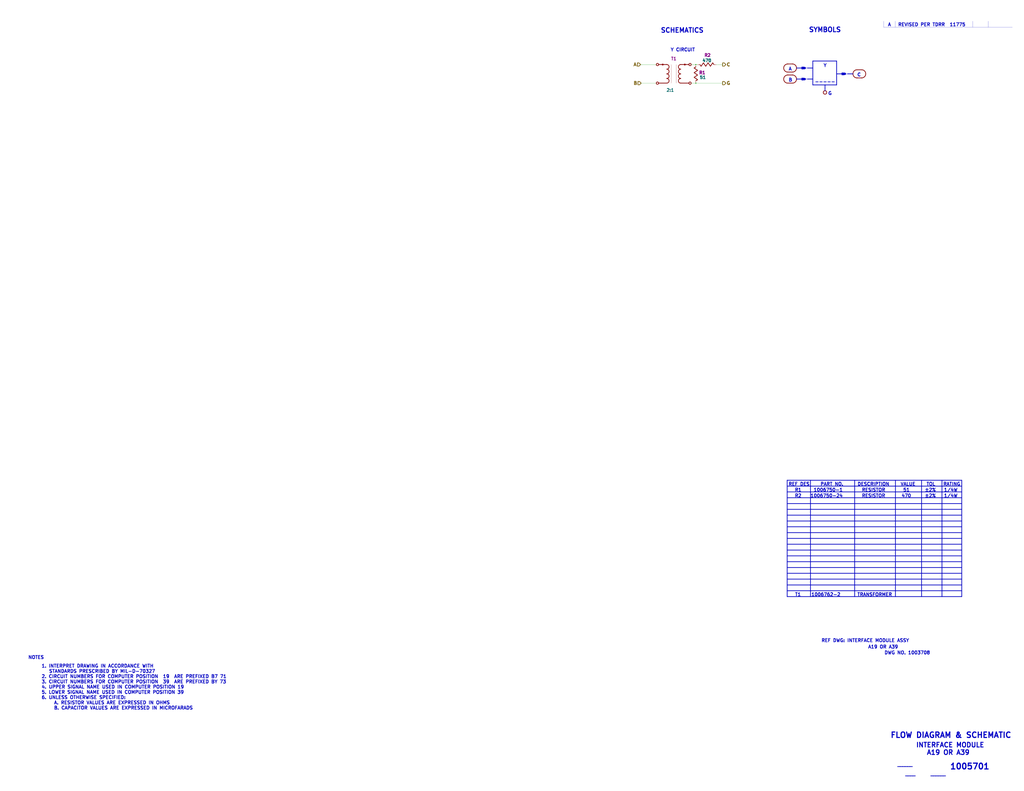
<source format=kicad_sch>
(kicad_sch (version 20211123) (generator eeschema)
  (paper "E")
  (lib_symbols
    (symbol "AGC_DSKY:NodeGBody" (pin_numbers hide) (pin_names (offset 0) hide)
      (symbol "NodeGBody_0_1"
        (circle (center 0 0) (radius 1.905) (stroke (width 0.762)))
      )
    )
    (symbol "AGC_DSKY:OvalBody2" (pin_numbers hide) (pin_names (offset 0) hide)
      (symbol "OvalBody2_1_0"
        (arc (start -2.54 4.445) (mid -6.985 0) (end -2.54 -4.445) (stroke (width 0.762)))
        (polyline (pts (xy -2.54 -4.445) (xy 2.54 -4.445)) (stroke (width 0.762)))
        (polyline (pts (xy -2.54 4.445) (xy 2.54 4.445)) (stroke (width 0.762)))
        (arc (start 2.54 -4.445) (mid 6.985 0) (end 2.54 4.445) (stroke (width 0.762)))
      )
    )
    (symbol "AGC_DSKY:Resistor" (pin_numbers hide) (pin_names (offset 0) hide)
      (property "Reference" "R" (at -0.635 -4.445 0))
      (symbol "Resistor_0_1"
        (polyline (pts (xy -7.62 0) (xy -6.35 -1.905) (xy -3.81 1.905) (xy -1.27 -1.905) (xy 1.27 1.905) (xy 3.81 -1.905) (xy 6.35 1.905) (xy 7.62 0)) (stroke (width 0.762)))
      )
      (symbol "Resistor_1_1"
        (pin passive line (at -10.16 0 0) (length 2.54) (name "1") (number "1"))
        (pin passive line (at 10.16 0 180) (length 2.54) (name "2") (number "2"))
      )
    )
    (symbol "AGC_DSKY:Transformer3A" (pin_numbers hide) (pin_names (offset 0) hide)
      (property "Reference" "T" (at 0.635 24.13 0))
      (symbol "Transformer3A_0_0"
        (circle (center -17.78 -10.16) (radius 1.27) (stroke (width 0.762)))
        (circle (center -17.78 10.16) (radius 1.27) (stroke (width 0.762)))
        (arc (start -7.62 -10.16) (mid -5.08 -7.62) (end -7.62 -5.08) (stroke (width 0.762)))
        (arc (start -7.62 -5.08) (mid -5.08 -2.54) (end -7.62 0) (stroke (width 0.762)))
        (arc (start -7.62 0) (mid -5.08 2.54) (end -7.62 5.08) (stroke (width 0.762)))
        (arc (start -7.62 5.08) (mid -5.08 7.62) (end -7.62 10.16) (stroke (width 0.762)))
        (polyline (pts (xy -7.62 -10.16) (xy -16.51 -10.16)) (stroke (width 0.762)))
        (polyline (pts (xy -7.62 10.16) (xy -16.51 10.16)) (stroke (width 0.762)))
        (polyline (pts (xy 7.62 -10.16) (xy 16.51 -10.16)) (stroke (width 0.762)))
        (polyline (pts (xy 16.51 10.16) (xy 7.62 10.16)) (stroke (width 0.762)))
        (circle (center 17.78 -10.16) (radius 1.27) (stroke (width 0.762)))
        (circle (center 17.78 10.16) (radius 1.27) (stroke (width 0.762)))
      )
      (symbol "Transformer3A_0_1"
        (rectangle (start -11.43 10.795) (end -12.7 9.525) (stroke (width 0.4064)) (fill (type outline)))
        (polyline (pts (xy -2.54 10.16) (xy -2.54 -10.16)))
        (polyline (pts (xy 2.54 10.16) (xy 2.54 -10.16)))
      )
      (symbol "Transformer3A_0_2"
        (polyline (pts (xy -4.445 15.875) (xy -4.445 14.605) (xy -5.715 14.605) (xy -5.715 15.875) (xy -4.445 15.875)) (stroke (width 0.762)))
        (polyline (pts (xy 4.445 10.795) (xy 4.445 9.525) (xy 5.715 9.525) (xy 5.715 10.795) (xy 4.445 10.795)) (stroke (width 0.762)))
      )
      (symbol "Transformer3A_1_0"
        (arc (start 7.62 -5.08) (mid 5.08 -7.62) (end 7.62 -10.16) (stroke (width 0.762)))
        (arc (start 7.62 0) (mid 5.08 -2.54) (end 7.62 -5.08) (stroke (width 0.762)))
        (arc (start 7.62 5.08) (mid 5.08 2.54) (end 7.62 0) (stroke (width 0.762)))
        (arc (start 7.62 10.16) (mid 5.08 7.62) (end 7.62 5.08) (stroke (width 0.762)))
        (pin passive line (at -19.05 10.16 0) (length 0) (name "3") (number "3"))
      )
      (symbol "Transformer3A_1_1"
        (rectangle (start 11.43 9.525) (end 12.7 10.795) (stroke (width 0.4064)) (fill (type outline)))
        (pin passive line (at 19.05 10.16 180) (length 0) (name "1") (number "1"))
        (pin passive line (at 19.05 -10.16 180) (length 0) (name "2") (number "2"))
        (pin passive line (at -19.05 -10.16 0) (length 0) (name "4") (number "4"))
      )
      (symbol "Transformer3A_1_2"
        (pin passive line (at 15.875 10.16 180) (length 0) (name "1") (number "1"))
        (pin passive line (at 15.875 -10.16 180) (length 0) (name "2") (number "2"))
        (pin passive line (at -15.875 15.24 0) (length 0) (name "3") (number "3"))
        (pin passive line (at -15.875 -15.24 0) (length 0) (name "4") (number "4"))
      )
    )
  )
  (junction (at 759.46 70.485))
  (junction (at 759.46 90.805))
  (polyline (pts (xy 881.38 86.36) (xy 875.03 84.455)) (stroke (width 0) (type solid)))
  (polyline (pts (xy 1049.655 524.51) (xy 1049.655 651.51)) (stroke (width 0.762) (type solid)))
  (polyline (pts (xy 859.155 543.56) (xy 1049.655 543.56)) (stroke (width 0.762) (type solid)))
  (polyline (pts (xy 875.665 86.36) (xy 878.205 86.36)) (stroke (width 2.54) (type solid)))
  (polyline (pts (xy 859.155 581.66) (xy 1049.655 581.66)) (stroke (width 0.762) (type solid)))
  (polyline (pts (xy 859.155 600.71) (xy 1049.655 600.71)) (stroke (width 0.762) (type solid)))
  (polyline (pts (xy 932.815 524.51) (xy 932.815 651.51)) (stroke (width 0.762) (type solid)))
  (polyline (pts (xy 913.13 80.645) (xy 918.845 80.645)) (stroke (width 0.762) (type solid)))
  (polyline (pts (xy 859.155 524.51) (xy 1049.655 524.51)) (stroke (width 0.762) (type solid)))
  (polyline (pts (xy 881.38 74.295) (xy 875.03 72.39)) (stroke (width 0) (type solid)))
  (wire (pts (xy 754.38 90.805) (xy 759.46 90.805)))
  (polyline (pts (xy 859.155 651.51) (xy 1049.655 651.51)) (stroke (width 0.762) (type solid)))
  (polyline (pts (xy 1028.065 524.51) (xy 1028.065 651.51)) (stroke (width 0.762) (type solid)))
  (polyline (pts (xy 964.311 29.718) (xy 1104.9 29.718)) (stroke (width 0) (type solid)))
  (polyline (pts (xy 859.155 524.51) (xy 859.155 651.51)) (stroke (width 0.762) (type solid)))
  (wire (pts (xy 759.46 70.485) (xy 754.38 70.485)))
  (polyline (pts (xy 925.195 80.645) (xy 930.91 80.645)) (stroke (width 0.762) (type solid)))
  (polyline (pts (xy 859.155 556.26) (xy 1049.655 556.26)) (stroke (width 0.762) (type solid)))
  (polyline (pts (xy 859.155 549.91) (xy 1049.655 549.91)) (stroke (width 0.762) (type solid)))
  (polyline (pts (xy 884.555 524.51) (xy 884.555 651.51)) (stroke (width 0.762) (type solid)))
  (polyline (pts (xy 859.155 537.21) (xy 1049.655 537.21)) (stroke (width 0.762) (type solid)))
  (polyline (pts (xy 859.155 613.41) (xy 1049.655 613.41)) (stroke (width 0.762) (type solid)))
  (wire (pts (xy 781.685 70.485) (xy 788.67 70.485)))
  (polyline (pts (xy 859.155 562.61) (xy 1049.655 562.61)) (stroke (width 0.762) (type solid)))
  (polyline (pts (xy 859.155 638.81) (xy 1049.655 638.81)) (stroke (width 0.762) (type solid)))
  (polyline (pts (xy 875.03 76.2) (xy 881.38 74.295)) (stroke (width 0) (type solid)))
  (polyline (pts (xy 913.13 66.675) (xy 887.095 66.675)) (stroke (width 0.762) (type solid)))
  (polyline (pts (xy 918.845 78.74) (xy 918.845 82.55)) (stroke (width 0) (type solid)))
  (polyline (pts (xy 881.38 86.36) (xy 887.095 86.36)) (stroke (width 0.762) (type solid)))
  (polyline (pts (xy 875.665 74.295) (xy 878.205 74.295)) (stroke (width 2.54) (type solid)))
  (wire (pts (xy 761.365 70.485) (xy 759.46 70.485)))
  (polyline (pts (xy 875.03 84.455) (xy 875.03 88.265)) (stroke (width 0) (type solid)))
  (polyline (pts (xy 859.155 626.11) (xy 1049.655 626.11)) (stroke (width 0.762) (type solid)))
  (polyline (pts (xy 887.095 92.71) (xy 913.13 92.71)) (stroke (width 0.762) (type solid)))
  (polyline (pts (xy 875.03 88.265) (xy 881.38 86.36)) (stroke (width 0) (type solid)))
  (polyline (pts (xy 977.011 23.114) (xy 977.011 29.718)) (stroke (width 0) (type solid)))
  (polyline (pts (xy 913.13 92.71) (xy 913.13 66.675)) (stroke (width 0.762) (type solid)))
  (polyline (pts (xy 977.265 524.51) (xy 977.265 651.51)) (stroke (width 0.762) (type solid)))
  (polyline (pts (xy 859.155 575.31) (xy 1049.655 575.31)) (stroke (width 0.762) (type solid)))
  (wire (pts (xy 759.46 90.805) (xy 788.67 90.805)))
  (polyline (pts (xy 859.155 607.06) (xy 1049.655 607.06)) (stroke (width 0.762) (type solid)))
  (polyline (pts (xy 881.38 74.295) (xy 887.095 74.295)) (stroke (width 0.762) (type solid)))
  (polyline (pts (xy 859.155 619.76) (xy 1049.655 619.76)) (stroke (width 0.762) (type solid)))
  (polyline (pts (xy 875.03 72.39) (xy 875.03 76.2)) (stroke (width 0) (type solid)))
  (polyline (pts (xy 919.48 80.645) (xy 922.02 80.645)) (stroke (width 2.54) (type solid)))
  (polyline (pts (xy 859.155 568.96) (xy 1049.655 568.96)) (stroke (width 0.762) (type solid)))
  (wire (pts (xy 716.28 70.485) (xy 699.135 70.485)))
  (polyline (pts (xy 859.155 645.16) (xy 1049.655 645.16)) (stroke (width 0.762) (type solid)))
  (polyline (pts (xy 859.155 632.46) (xy 1049.655 632.46)) (stroke (width 0.762) (type solid)))
  (polyline (pts (xy 1005.84 524.51) (xy 1005.84 651.51)) (stroke (width 0.762) (type solid)))
  (polyline (pts (xy 964.311 23.114) (xy 964.311 29.718)) (stroke (width 0) (type solid)))
  (polyline (pts (xy 859.155 588.01) (xy 1049.655 588.01)) (stroke (width 0.762) (type solid)))
  (polyline (pts (xy 1061.72 23.114) (xy 1061.72 29.718)) (stroke (width 0) (type solid)))
  (polyline (pts (xy 918.845 82.55) (xy 925.195 80.645)) (stroke (width 0) (type solid)))
  (polyline (pts (xy 859.155 594.36) (xy 1049.655 594.36)) (stroke (width 0.762) (type solid)))
  (polyline (pts (xy 925.195 80.645) (xy 918.845 78.74)) (stroke (width 0) (type solid)))
  (polyline (pts (xy 869.315 86.36) (xy 875.03 86.36)) (stroke (width 0.762) (type solid)))
  (polyline (pts (xy 900.43 92.71) (xy 900.43 99.06)) (stroke (width 0.762) (type solid)))
  (wire (pts (xy 716.28 90.805) (xy 699.77 90.805)))
  (polyline (pts (xy 1078.611 23.114) (xy 1078.611 29.718)) (stroke (width 0) (type solid)))
  (polyline (pts (xy 869.315 74.295) (xy 875.03 74.295)) (stroke (width 0.762) (type solid)))
  (polyline (pts (xy 887.095 66.675) (xy 887.095 92.71)) (stroke (width 0.762) (type solid)))
  (polyline (pts (xy 859.155 530.86) (xy 1049.655 530.86)) (stroke (width 0.762) (type solid)))
  (text "DWG NO. 1003708" (at 1015.365 715.01 180) (effects (font (size 3.556 3.556) (thickness 0.7112) bold) (justify right bottom)))
  (text "______" (at 1032.51 847.725 180) (effects (font (size 3.556 3.556) (thickness 0.7112) bold) (justify right bottom)))
  (text "R1" (at 875.03 537.21 180) (effects (font (size 3.556 3.556) (thickness 0.7112) bold) (justify right bottom)))
  (text "VALUE" (at 999.49 530.86 180) (effects (font (size 3.556 3.556) (thickness 0.7112) bold) (justify right bottom)))
  (text "R2" (at 875.03 543.56 180) (effects (font (size 3.556 3.556) (thickness 0.7112) bold) (justify right bottom)))
  (text "Y" (at 898.525 73.66 0) (effects (font (size 3.556 3.556) (thickness 0.7112) bold) (justify left bottom)))
  (text "T1" (at 867.41 651.51 0) (effects (font (size 3.556 3.556) (thickness 0.7112) bold) (justify left bottom)))
  (text "A" (at 860.425 77.47 0) (effects (font (size 3.556 3.556) (thickness 0.7112) bold) (justify left bottom)))
  (text "A19 OR A39" (at 980.44 708.66 180) (effects (font (size 3.556 3.556) (thickness 0.7112) bold) (justify right bottom)))
  (text "C" (at 935.355 83.82 0) (effects (font (size 3.556 3.556) (thickness 0.7112) bold) (justify left bottom)))
  (text "RESISTOR" (at 966.47 537.21 180) (effects (font (size 3.556 3.556) (thickness 0.7112) bold) (justify right bottom)))
  (text "______" (at 996.315 837.565 180) (effects (font (size 3.556 3.556) (thickness 0.7112) bold) (justify right bottom)))
  (text "1005701" (at 1036.447 840.867 0) (effects (font (size 6.35 6.35) (thickness 1.27) bold) (justify left bottom)))
  (text "TOL" (at 1021.08 530.86 180) (effects (font (size 3.556 3.556) (thickness 0.7112) bold) (justify right bottom)))
  (text "-----" (at 889 91.44 0) (effects (font (size 3.556 3.556) (thickness 0.7112) bold) (justify left bottom)))
  (text "Y CIRCUIT" (at 758.825 56.515 180) (effects (font (size 3.556 3.556) (thickness 0.7112) bold) (justify right bottom)))
  (text "B" (at 860.425 89.535 0) (effects (font (size 3.556 3.556) (thickness 0.7112) bold) (justify left bottom)))
  (text "PART NO." (at 920.75 530.86 180) (effects (font (size 3.556 3.556) (thickness 0.7112) bold) (justify right bottom)))
  (text "51" (at 993.14 537.21 180) (effects (font (size 3.556 3.556) (thickness 0.7112) bold) (justify right bottom)))
  (text "1/4W" (at 1029.97 537.21 0) (effects (font (size 3.556 3.556) (thickness 0.7112) bold) (justify left bottom)))
  (text "TRANSFORMER" (at 935.355 651.51 0) (effects (font (size 3.556 3.556) (thickness 0.7112) bold) (justify left bottom)))
  (text "NOTES" (at 48.26 720.09 180) (effects (font (size 3.556 3.556) (thickness 0.7112) bold) (justify right bottom)))
  (text "G" (at 903.605 104.14 0) (effects (font (size 3.556 3.556) (thickness 0.7112) bold) (justify left bottom)))
  (text "FLOW DIAGRAM & SCHEMATIC" (at 971.55 806.45 0) (effects (font (size 5.9944 5.9944) (thickness 1.1989) bold) (justify left bottom)))
  (text "1/4W" (at 1029.97 543.56 0) (effects (font (size 3.556 3.556) (thickness 0.7112) bold) (justify left bottom)))
  (text "1. INTERPRET DRAWING IN ACCORDANCE WITH\n   STANDARDS PRESCRIBED BY MIL-D-70327\n2. CIRCUIT NUMBERS FOR COMPUTER POSITION  19  ARE PREFIXED B7 71\n3. CIRCUIT NUMBERS FOR COMPUTER POSITION  39  ARE PREFIXED BY 73\n4. UPPER SIGNAL NAME USED IN COMPUTER POSITION 19\n5. LOWER SIGNAL NAME USED IN COMPUTER POSITION 39\n6. UNLESS OTHERWISE SPECIFIED:\n     A. RESISTOR VALUES ARE EXPRESSED IN OHMS\n     B. CAPACITOR VALUES ARE EXPRESSED IN MICROFARADS" (at 45.085 775.335 0) (effects (font (size 3.556 3.556) (thickness 0.7112) bold) (justify left bottom)))
  (text "REF DWG: INTERFACE MODULE ASSY" (at 992.505 701.675 180) (effects (font (size 3.556 3.556) (thickness 0.7112) bold) (justify right bottom)))
  (text "DESCRIPTION" (at 970.915 530.86 180) (effects (font (size 3.556 3.556) (thickness 0.7112) bold) (justify right bottom)))
  (text "A   REVISED PER TDRR  11775" (at 968.756 29.083 0) (effects (font (size 3.556 3.556) (thickness 0.7112) bold) (justify left bottom)))
  (text "±2%" (at 1009.015 543.56 0) (effects (font (size 3.556 3.556) (thickness 0.7112) bold) (justify left bottom)))
  (text "SCHEMATICS" (at 768.35 36.195 180) (effects (font (size 5.08 5.08) (thickness 1.016) bold) (justify right bottom)))
  (text "±2%" (at 1009.015 537.21 0) (effects (font (size 3.556 3.556) (thickness 0.7112) bold) (justify left bottom)))
  (text "____" (at 999.49 847.725 180) (effects (font (size 3.556 3.556) (thickness 0.7112) bold) (justify right bottom)))
  (text "RATING" (at 1048.385 530.86 180) (effects (font (size 3.556 3.556) (thickness 0.7112) bold) (justify right bottom)))
  (text "SYMBOLS" (at 918.21 35.56 180) (effects (font (size 5.08 5.08) (thickness 1.016) bold) (justify right bottom)))
  (text "1006750-24" (at 920.115 543.56 180) (effects (font (size 3.556 3.556) (thickness 0.7112) bold) (justify right bottom)))
  (text "1006750-1" (at 920.115 537.21 180) (effects (font (size 3.556 3.556) (thickness 0.7112) bold) (justify right bottom)))
  (text "REF DES" (at 883.92 530.86 180) (effects (font (size 3.556 3.556) (thickness 0.7112) bold) (justify right bottom)))
  (text "470" (at 983.615 543.56 0) (effects (font (size 3.556 3.556) (thickness 0.7112) bold) (justify left bottom)))
  (text "1006762-2" (at 885.19 651.51 0) (effects (font (size 3.556 3.556) (thickness 0.7112) bold) (justify left bottom)))
  (text "INTERFACE MODULE\n   A19 OR A39" (at 999.49 824.865 0) (effects (font (size 5.08 5.08) (thickness 1.016) bold) (justify left bottom)))
  (text "RESISTOR" (at 966.47 543.56 180) (effects (font (size 3.556 3.556) (thickness 0.7112) bold) (justify right bottom)))
  (hierarchical_label "A" (shape input) (at 699.135 70.485 180) (effects (font (size 3.556 3.556) (thickness 0.7112) bold)))
  (hierarchical_label "G" (shape output) (at 788.67 90.805 0) (effects (font (size 3.556 3.556) (thickness 0.7112) bold)))
  (hierarchical_label "B" (shape input) (at 699.77 90.805 180) (effects (font (size 3.556 3.556) (thickness 0.7112) bold)))
  (hierarchical_label "C" (shape output) (at 788.67 70.485 0) (effects (font (size 3.556 3.556) (thickness 0.7112) bold)))
  (symbol (lib_id "AGC_DSKY:Transformer3A") (at 735.33 80.645 0)
    (property "Reference" "15T1" (effects hide))
    (property "Value" "2:1" (at 731.52 98.425 0) (effects (font (size 3.302 3.302) bold)))
    (property "baseRefd" "T1" (at 735.33 64.135 0) (effects (font (size 3.302 3.302) bold)))
  )
  (symbol (lib_id "AGC_DSKY:Resistor") (at 759.46 80.645 270)
    (property "Reference" "15R1" (effects hide))
    (property "Value" "51" (at 767.08 84.455 90) (effects (font (size 3.302 3.302) bold)))
    (property "baseRefd" "R1" (at 766.445 79.375 90) (effects (font (size 3.302 3.302) bold)))
  )
  (symbol (lib_id "AGC_DSKY:Resistor") (at 771.525 70.485 0)
    (property "Reference" "15R2" (effects hide))
    (property "Value" "470" (at 771.525 66.04 0) (effects (font (size 3.302 3.302) bold)))
    (property "baseRefd" "R2" (at 772.16 60.325 0) (effects (font (size 3.302 3.302) bold)))
  )
  (symbol (lib_id "AGC_DSKY:NodeGBody") (at 900.43 100.965 0)
    (property "Reference" "N2001" (effects hide))
    (property "Value" "NodeGBody" (effects hide))
  )
  (symbol (lib_id "AGC_DSKY:OvalBody2") (at 937.895 80.645 0)
    (property "Reference" "X2003" (effects hide))
    (property "Value" "OvalBody2" (effects hide))
  )
  (symbol (lib_id "AGC_DSKY:OvalBody2") (at 862.33 86.36 0)
    (property "Reference" "X2002" (effects hide))
    (property "Value" "OvalBody2" (effects hide))
  )
  (symbol (lib_id "AGC_DSKY:OvalBody2") (at 862.33 74.295 0)
    (property "Reference" "X2001" (effects hide))
    (property "Value" "OvalBody2" (effects hide))
  )
)
</source>
